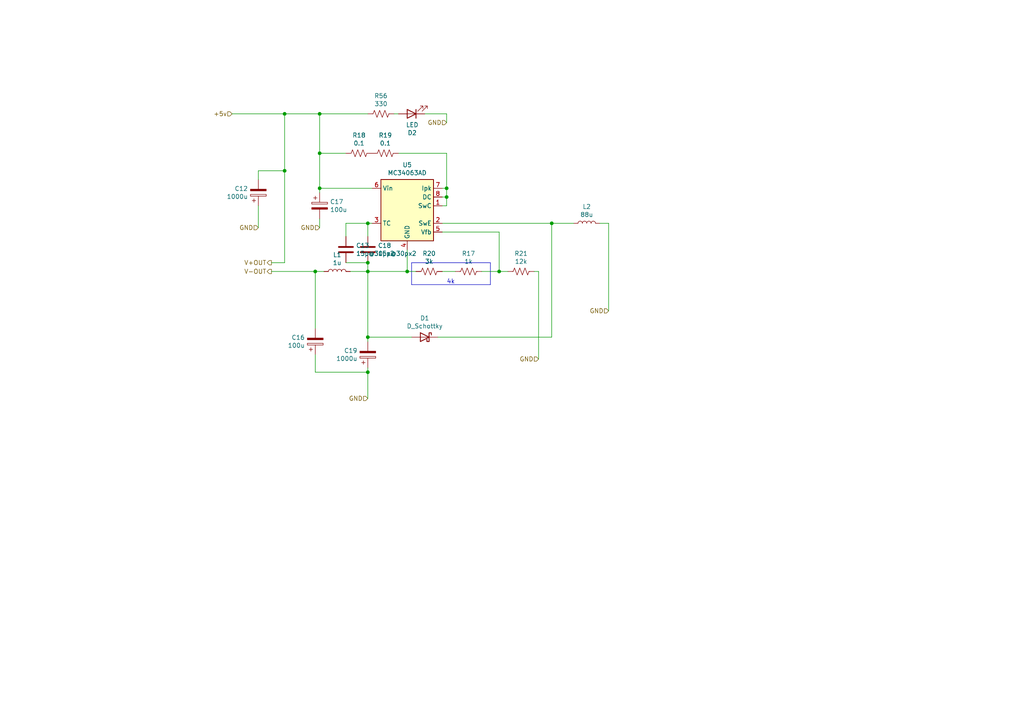
<source format=kicad_sch>
(kicad_sch (version 20230121) (generator eeschema)

  (uuid 884da13d-f9fe-40c8-bb42-00de3b597256)

  (paper "A4")

  (lib_symbols
    (symbol "Device:C" (pin_numbers hide) (pin_names (offset 0.254)) (in_bom yes) (on_board yes)
      (property "Reference" "C" (at 0.635 2.54 0)
        (effects (font (size 1.27 1.27)) (justify left))
      )
      (property "Value" "C" (at 0.635 -2.54 0)
        (effects (font (size 1.27 1.27)) (justify left))
      )
      (property "Footprint" "" (at 0.9652 -3.81 0)
        (effects (font (size 1.27 1.27)) hide)
      )
      (property "Datasheet" "~" (at 0 0 0)
        (effects (font (size 1.27 1.27)) hide)
      )
      (property "ki_keywords" "cap capacitor" (at 0 0 0)
        (effects (font (size 1.27 1.27)) hide)
      )
      (property "ki_description" "Unpolarized capacitor" (at 0 0 0)
        (effects (font (size 1.27 1.27)) hide)
      )
      (property "ki_fp_filters" "C_*" (at 0 0 0)
        (effects (font (size 1.27 1.27)) hide)
      )
      (symbol "C_0_1"
        (polyline
          (pts
            (xy -2.032 -0.762)
            (xy 2.032 -0.762)
          )
          (stroke (width 0.508) (type default))
          (fill (type none))
        )
        (polyline
          (pts
            (xy -2.032 0.762)
            (xy 2.032 0.762)
          )
          (stroke (width 0.508) (type default))
          (fill (type none))
        )
      )
      (symbol "C_1_1"
        (pin passive line (at 0 3.81 270) (length 2.794)
          (name "~" (effects (font (size 1.27 1.27))))
          (number "1" (effects (font (size 1.27 1.27))))
        )
        (pin passive line (at 0 -3.81 90) (length 2.794)
          (name "~" (effects (font (size 1.27 1.27))))
          (number "2" (effects (font (size 1.27 1.27))))
        )
      )
    )
    (symbol "Device:D_Schottky" (pin_numbers hide) (pin_names (offset 1.016) hide) (in_bom yes) (on_board yes)
      (property "Reference" "D" (at 0 2.54 0)
        (effects (font (size 1.27 1.27)))
      )
      (property "Value" "D_Schottky" (at 0 -2.54 0)
        (effects (font (size 1.27 1.27)))
      )
      (property "Footprint" "" (at 0 0 0)
        (effects (font (size 1.27 1.27)) hide)
      )
      (property "Datasheet" "~" (at 0 0 0)
        (effects (font (size 1.27 1.27)) hide)
      )
      (property "ki_keywords" "diode Schottky" (at 0 0 0)
        (effects (font (size 1.27 1.27)) hide)
      )
      (property "ki_description" "Schottky diode" (at 0 0 0)
        (effects (font (size 1.27 1.27)) hide)
      )
      (property "ki_fp_filters" "TO-???* *_Diode_* *SingleDiode* D_*" (at 0 0 0)
        (effects (font (size 1.27 1.27)) hide)
      )
      (symbol "D_Schottky_0_1"
        (polyline
          (pts
            (xy 1.27 0)
            (xy -1.27 0)
          )
          (stroke (width 0) (type default))
          (fill (type none))
        )
        (polyline
          (pts
            (xy 1.27 1.27)
            (xy 1.27 -1.27)
            (xy -1.27 0)
            (xy 1.27 1.27)
          )
          (stroke (width 0.254) (type default))
          (fill (type none))
        )
        (polyline
          (pts
            (xy -1.905 0.635)
            (xy -1.905 1.27)
            (xy -1.27 1.27)
            (xy -1.27 -1.27)
            (xy -0.635 -1.27)
            (xy -0.635 -0.635)
          )
          (stroke (width 0.254) (type default))
          (fill (type none))
        )
      )
      (symbol "D_Schottky_1_1"
        (pin passive line (at -3.81 0 0) (length 2.54)
          (name "K" (effects (font (size 1.27 1.27))))
          (number "1" (effects (font (size 1.27 1.27))))
        )
        (pin passive line (at 3.81 0 180) (length 2.54)
          (name "A" (effects (font (size 1.27 1.27))))
          (number "2" (effects (font (size 1.27 1.27))))
        )
      )
    )
    (symbol "Device:L" (pin_numbers hide) (pin_names (offset 1.016) hide) (in_bom yes) (on_board yes)
      (property "Reference" "L" (at -1.27 0 90)
        (effects (font (size 1.27 1.27)))
      )
      (property "Value" "L" (at 1.905 0 90)
        (effects (font (size 1.27 1.27)))
      )
      (property "Footprint" "" (at 0 0 0)
        (effects (font (size 1.27 1.27)) hide)
      )
      (property "Datasheet" "~" (at 0 0 0)
        (effects (font (size 1.27 1.27)) hide)
      )
      (property "ki_keywords" "inductor choke coil reactor magnetic" (at 0 0 0)
        (effects (font (size 1.27 1.27)) hide)
      )
      (property "ki_description" "Inductor" (at 0 0 0)
        (effects (font (size 1.27 1.27)) hide)
      )
      (property "ki_fp_filters" "Choke_* *Coil* Inductor_* L_*" (at 0 0 0)
        (effects (font (size 1.27 1.27)) hide)
      )
      (symbol "L_0_1"
        (arc (start 0 -2.54) (mid 0.6323 -1.905) (end 0 -1.27)
          (stroke (width 0) (type default))
          (fill (type none))
        )
        (arc (start 0 -1.27) (mid 0.6323 -0.635) (end 0 0)
          (stroke (width 0) (type default))
          (fill (type none))
        )
        (arc (start 0 0) (mid 0.6323 0.635) (end 0 1.27)
          (stroke (width 0) (type default))
          (fill (type none))
        )
        (arc (start 0 1.27) (mid 0.6323 1.905) (end 0 2.54)
          (stroke (width 0) (type default))
          (fill (type none))
        )
      )
      (symbol "L_1_1"
        (pin passive line (at 0 3.81 270) (length 1.27)
          (name "1" (effects (font (size 1.27 1.27))))
          (number "1" (effects (font (size 1.27 1.27))))
        )
        (pin passive line (at 0 -3.81 90) (length 1.27)
          (name "2" (effects (font (size 1.27 1.27))))
          (number "2" (effects (font (size 1.27 1.27))))
        )
      )
    )
    (symbol "Device:LED" (pin_numbers hide) (pin_names (offset 1.016) hide) (in_bom yes) (on_board yes)
      (property "Reference" "D" (at 0 2.54 0)
        (effects (font (size 1.27 1.27)))
      )
      (property "Value" "LED" (at 0 -2.54 0)
        (effects (font (size 1.27 1.27)))
      )
      (property "Footprint" "" (at 0 0 0)
        (effects (font (size 1.27 1.27)) hide)
      )
      (property "Datasheet" "~" (at 0 0 0)
        (effects (font (size 1.27 1.27)) hide)
      )
      (property "ki_keywords" "LED diode" (at 0 0 0)
        (effects (font (size 1.27 1.27)) hide)
      )
      (property "ki_description" "Light emitting diode" (at 0 0 0)
        (effects (font (size 1.27 1.27)) hide)
      )
      (property "ki_fp_filters" "LED* LED_SMD:* LED_THT:*" (at 0 0 0)
        (effects (font (size 1.27 1.27)) hide)
      )
      (symbol "LED_0_1"
        (polyline
          (pts
            (xy -1.27 -1.27)
            (xy -1.27 1.27)
          )
          (stroke (width 0.254) (type default))
          (fill (type none))
        )
        (polyline
          (pts
            (xy -1.27 0)
            (xy 1.27 0)
          )
          (stroke (width 0) (type default))
          (fill (type none))
        )
        (polyline
          (pts
            (xy 1.27 -1.27)
            (xy 1.27 1.27)
            (xy -1.27 0)
            (xy 1.27 -1.27)
          )
          (stroke (width 0.254) (type default))
          (fill (type none))
        )
        (polyline
          (pts
            (xy -3.048 -0.762)
            (xy -4.572 -2.286)
            (xy -3.81 -2.286)
            (xy -4.572 -2.286)
            (xy -4.572 -1.524)
          )
          (stroke (width 0) (type default))
          (fill (type none))
        )
        (polyline
          (pts
            (xy -1.778 -0.762)
            (xy -3.302 -2.286)
            (xy -2.54 -2.286)
            (xy -3.302 -2.286)
            (xy -3.302 -1.524)
          )
          (stroke (width 0) (type default))
          (fill (type none))
        )
      )
      (symbol "LED_1_1"
        (pin passive line (at -3.81 0 0) (length 2.54)
          (name "K" (effects (font (size 1.27 1.27))))
          (number "1" (effects (font (size 1.27 1.27))))
        )
        (pin passive line (at 3.81 0 180) (length 2.54)
          (name "A" (effects (font (size 1.27 1.27))))
          (number "2" (effects (font (size 1.27 1.27))))
        )
      )
    )
    (symbol "Device:R_US" (pin_numbers hide) (pin_names (offset 0)) (in_bom yes) (on_board yes)
      (property "Reference" "R" (at 2.54 0 90)
        (effects (font (size 1.27 1.27)))
      )
      (property "Value" "R_US" (at -2.54 0 90)
        (effects (font (size 1.27 1.27)))
      )
      (property "Footprint" "" (at 1.016 -0.254 90)
        (effects (font (size 1.27 1.27)) hide)
      )
      (property "Datasheet" "~" (at 0 0 0)
        (effects (font (size 1.27 1.27)) hide)
      )
      (property "ki_keywords" "R res resistor" (at 0 0 0)
        (effects (font (size 1.27 1.27)) hide)
      )
      (property "ki_description" "Resistor, US symbol" (at 0 0 0)
        (effects (font (size 1.27 1.27)) hide)
      )
      (property "ki_fp_filters" "R_*" (at 0 0 0)
        (effects (font (size 1.27 1.27)) hide)
      )
      (symbol "R_US_0_1"
        (polyline
          (pts
            (xy 0 -2.286)
            (xy 0 -2.54)
          )
          (stroke (width 0) (type default))
          (fill (type none))
        )
        (polyline
          (pts
            (xy 0 2.286)
            (xy 0 2.54)
          )
          (stroke (width 0) (type default))
          (fill (type none))
        )
        (polyline
          (pts
            (xy 0 -0.762)
            (xy 1.016 -1.143)
            (xy 0 -1.524)
            (xy -1.016 -1.905)
            (xy 0 -2.286)
          )
          (stroke (width 0) (type default))
          (fill (type none))
        )
        (polyline
          (pts
            (xy 0 0.762)
            (xy 1.016 0.381)
            (xy 0 0)
            (xy -1.016 -0.381)
            (xy 0 -0.762)
          )
          (stroke (width 0) (type default))
          (fill (type none))
        )
        (polyline
          (pts
            (xy 0 2.286)
            (xy 1.016 1.905)
            (xy 0 1.524)
            (xy -1.016 1.143)
            (xy 0 0.762)
          )
          (stroke (width 0) (type default))
          (fill (type none))
        )
      )
      (symbol "R_US_1_1"
        (pin passive line (at 0 3.81 270) (length 1.27)
          (name "~" (effects (font (size 1.27 1.27))))
          (number "1" (effects (font (size 1.27 1.27))))
        )
        (pin passive line (at 0 -3.81 90) (length 1.27)
          (name "~" (effects (font (size 1.27 1.27))))
          (number "2" (effects (font (size 1.27 1.27))))
        )
      )
    )
    (symbol "Regulator_Switching:MC34063AD" (in_bom yes) (on_board yes)
      (property "Reference" "U" (at -7.62 8.89 0)
        (effects (font (size 1.27 1.27)) (justify left))
      )
      (property "Value" "MC34063AD" (at 0 8.89 0)
        (effects (font (size 1.27 1.27)) (justify left))
      )
      (property "Footprint" "Package_SO:SOIC-8_3.9x4.9mm_P1.27mm" (at 1.27 -11.43 0)
        (effects (font (size 1.27 1.27)) (justify left) hide)
      )
      (property "Datasheet" "http://www.onsemi.com/pub_link/Collateral/MC34063A-D.PDF" (at 12.7 -2.54 0)
        (effects (font (size 1.27 1.27)) hide)
      )
      (property "ki_keywords" "smps buck boost inverting" (at 0 0 0)
        (effects (font (size 1.27 1.27)) hide)
      )
      (property "ki_description" "1.5A, step-up/down/inverting switching regulator, 3-40V Vin, 100kHz, SO-8" (at 0 0 0)
        (effects (font (size 1.27 1.27)) hide)
      )
      (property "ki_fp_filters" "SOIC*3.9x4.9mm*P1.27mm*" (at 0 0 0)
        (effects (font (size 1.27 1.27)) hide)
      )
      (symbol "MC34063AD_0_1"
        (rectangle (start -7.62 7.62) (end 7.62 -10.16)
          (stroke (width 0.254) (type default))
          (fill (type background))
        )
      )
      (symbol "MC34063AD_1_1"
        (pin open_collector line (at 10.16 0 180) (length 2.54)
          (name "SwC" (effects (font (size 1.27 1.27))))
          (number "1" (effects (font (size 1.27 1.27))))
        )
        (pin open_emitter line (at 10.16 -5.08 180) (length 2.54)
          (name "SwE" (effects (font (size 1.27 1.27))))
          (number "2" (effects (font (size 1.27 1.27))))
        )
        (pin passive line (at -10.16 -5.08 0) (length 2.54)
          (name "TC" (effects (font (size 1.27 1.27))))
          (number "3" (effects (font (size 1.27 1.27))))
        )
        (pin power_in line (at 0 -12.7 90) (length 2.54)
          (name "GND" (effects (font (size 1.27 1.27))))
          (number "4" (effects (font (size 1.27 1.27))))
        )
        (pin input line (at 10.16 -7.62 180) (length 2.54)
          (name "Vfb" (effects (font (size 1.27 1.27))))
          (number "5" (effects (font (size 1.27 1.27))))
        )
        (pin power_in line (at -10.16 5.08 0) (length 2.54)
          (name "Vin" (effects (font (size 1.27 1.27))))
          (number "6" (effects (font (size 1.27 1.27))))
        )
        (pin input line (at 10.16 5.08 180) (length 2.54)
          (name "Ipk" (effects (font (size 1.27 1.27))))
          (number "7" (effects (font (size 1.27 1.27))))
        )
        (pin open_collector line (at 10.16 2.54 180) (length 2.54)
          (name "DC" (effects (font (size 1.27 1.27))))
          (number "8" (effects (font (size 1.27 1.27))))
        )
      )
    )
    (symbol "usbdac-rescue:CP-Device" (pin_numbers hide) (pin_names (offset 0.254)) (in_bom yes) (on_board yes)
      (property "Reference" "C" (at 0.635 2.54 0)
        (effects (font (size 1.27 1.27)) (justify left))
      )
      (property "Value" "Device_CP" (at 0.635 -2.54 0)
        (effects (font (size 1.27 1.27)) (justify left))
      )
      (property "Footprint" "" (at 0.9652 -3.81 0)
        (effects (font (size 1.27 1.27)) hide)
      )
      (property "Datasheet" "" (at 0 0 0)
        (effects (font (size 1.27 1.27)) hide)
      )
      (property "ki_fp_filters" "CP_*" (at 0 0 0)
        (effects (font (size 1.27 1.27)) hide)
      )
      (symbol "CP-Device_0_1"
        (rectangle (start -2.286 0.508) (end 2.286 1.016)
          (stroke (width 0) (type solid))
          (fill (type none))
        )
        (polyline
          (pts
            (xy -1.778 2.286)
            (xy -0.762 2.286)
          )
          (stroke (width 0) (type solid))
          (fill (type none))
        )
        (polyline
          (pts
            (xy -1.27 2.794)
            (xy -1.27 1.778)
          )
          (stroke (width 0) (type solid))
          (fill (type none))
        )
        (rectangle (start 2.286 -0.508) (end -2.286 -1.016)
          (stroke (width 0) (type solid))
          (fill (type outline))
        )
      )
      (symbol "CP-Device_1_1"
        (pin passive line (at 0 3.81 270) (length 2.794)
          (name "~" (effects (font (size 1.27 1.27))))
          (number "1" (effects (font (size 1.27 1.27))))
        )
        (pin passive line (at 0 -3.81 90) (length 2.794)
          (name "~" (effects (font (size 1.27 1.27))))
          (number "2" (effects (font (size 1.27 1.27))))
        )
      )
    )
  )

  (junction (at 106.68 78.74) (diameter 0) (color 0 0 0 0)
    (uuid 104f2e99-6415-4835-a849-156a87bd7210)
  )
  (junction (at 106.68 64.77) (diameter 0) (color 0 0 0 0)
    (uuid 120e1b01-b256-4a44-a7aa-48ac4e722312)
  )
  (junction (at 106.68 107.95) (diameter 0) (color 0 0 0 0)
    (uuid 28d9cb11-b690-4cdc-a483-a04261ca5597)
  )
  (junction (at 106.68 97.79) (diameter 0) (color 0 0 0 0)
    (uuid 4492aac6-d6bc-4762-add2-f2d794056f66)
  )
  (junction (at 129.54 57.15) (diameter 0) (color 0 0 0 0)
    (uuid 4db29335-a57f-4c15-88e0-7e0e0d5c628c)
  )
  (junction (at 92.71 44.45) (diameter 0) (color 0 0 0 0)
    (uuid 52a40fa2-e240-4b71-9953-cb51bcedb775)
  )
  (junction (at 82.55 49.53) (diameter 0) (color 0 0 0 0)
    (uuid 7388c2c2-283f-4c44-9510-0769374eafcf)
  )
  (junction (at 129.54 54.61) (diameter 0) (color 0 0 0 0)
    (uuid 7f24321a-a48f-44db-81f2-91aa7b32adfa)
  )
  (junction (at 160.02 64.77) (diameter 0) (color 0 0 0 0)
    (uuid 838ef572-7e03-4205-9dd0-68aa473756bb)
  )
  (junction (at 92.71 33.02) (diameter 0) (color 0 0 0 0)
    (uuid b5faf5e6-329c-4d18-9ea5-46e5a9471e76)
  )
  (junction (at 92.71 54.61) (diameter 0) (color 0 0 0 0)
    (uuid b6b9de12-46b0-46d6-88be-49988eb0b8b4)
  )
  (junction (at 144.78 78.74) (diameter 0) (color 0 0 0 0)
    (uuid cdf6e918-1e88-4cf2-bd16-73053558182b)
  )
  (junction (at 106.68 76.2) (diameter 0) (color 0 0 0 0)
    (uuid d1ebc0ba-be6b-4187-87ee-4d6103c9c7e8)
  )
  (junction (at 82.55 33.02) (diameter 0) (color 0 0 0 0)
    (uuid d70bbaae-289c-40db-9b2c-27ba1a8427ea)
  )
  (junction (at 118.11 78.74) (diameter 0) (color 0 0 0 0)
    (uuid e3d7101a-7c25-4612-a25d-166e664c5cf4)
  )
  (junction (at 91.44 78.74) (diameter 0) (color 0 0 0 0)
    (uuid f985c7e6-0421-4f57-89eb-f82f9717c26b)
  )

  (wire (pts (xy 100.33 68.58) (xy 100.33 64.77))
    (stroke (width 0) (type default))
    (uuid 001f968e-a52b-4df5-ab1c-a74d869d9632)
  )
  (wire (pts (xy 166.37 64.77) (xy 160.02 64.77))
    (stroke (width 0) (type default))
    (uuid 009edab0-ad84-4131-9d34-f5aaf1d8782f)
  )
  (wire (pts (xy 160.02 97.79) (xy 160.02 64.77))
    (stroke (width 0) (type default))
    (uuid 019084d7-ceda-4034-96ce-4224df010bdb)
  )
  (wire (pts (xy 91.44 102.87) (xy 91.44 107.95))
    (stroke (width 0) (type default))
    (uuid 05e61f7a-db8e-46f6-94b5-4626a123e535)
  )
  (wire (pts (xy 74.93 59.69) (xy 74.93 66.04))
    (stroke (width 0) (type default))
    (uuid 070b9bfc-2da1-46f6-9d85-3963c4835314)
  )
  (polyline (pts (xy 142.24 76.2) (xy 142.24 82.55))
    (stroke (width 0) (type default))
    (uuid 08a3ac5b-b86e-447d-a1b3-491a59aaae1b)
  )

  (wire (pts (xy 176.53 64.77) (xy 176.53 90.17))
    (stroke (width 0) (type default))
    (uuid 0a988597-f5a9-4cad-ab60-e8cf55c2b5fb)
  )
  (wire (pts (xy 101.6 78.74) (xy 106.68 78.74))
    (stroke (width 0) (type default))
    (uuid 1195fcd3-ff66-43eb-b947-32c7da67513e)
  )
  (wire (pts (xy 92.71 55.88) (xy 92.71 54.61))
    (stroke (width 0) (type default))
    (uuid 13c729f1-05a4-4532-8823-92d6c7067c2a)
  )
  (wire (pts (xy 92.71 33.02) (xy 92.71 44.45))
    (stroke (width 0) (type default))
    (uuid 1b44c611-ecdc-4193-86c8-64698ac64f34)
  )
  (wire (pts (xy 106.68 99.06) (xy 106.68 97.79))
    (stroke (width 0) (type default))
    (uuid 1f29cb4d-2561-4b3b-bc05-07774c82ff5f)
  )
  (wire (pts (xy 123.19 33.02) (xy 129.54 33.02))
    (stroke (width 0) (type default))
    (uuid 2039f16f-e2f0-443c-b080-061d05ec279e)
  )
  (wire (pts (xy 92.71 44.45) (xy 100.33 44.45))
    (stroke (width 0) (type default))
    (uuid 20440827-9fb5-48c4-bea8-b5cebf60596c)
  )
  (wire (pts (xy 173.99 64.77) (xy 176.53 64.77))
    (stroke (width 0) (type default))
    (uuid 2c6051cf-601b-4e2b-9b5d-fc6445bbd54e)
  )
  (wire (pts (xy 82.55 49.53) (xy 82.55 76.2))
    (stroke (width 0) (type default))
    (uuid 32c2a78f-4451-4028-9fd3-43d709dcc98b)
  )
  (wire (pts (xy 91.44 107.95) (xy 106.68 107.95))
    (stroke (width 0) (type default))
    (uuid 35969989-c8a6-43f1-8611-ee490eac63f1)
  )
  (wire (pts (xy 118.11 72.39) (xy 118.11 78.74))
    (stroke (width 0) (type default))
    (uuid 3ef2f9fd-7855-4262-839f-569150adf2a1)
  )
  (wire (pts (xy 129.54 57.15) (xy 129.54 54.61))
    (stroke (width 0) (type default))
    (uuid 404ae8ef-ca5c-4eaf-8f5c-02fa0d335b7e)
  )
  (wire (pts (xy 144.78 67.31) (xy 144.78 78.74))
    (stroke (width 0) (type default))
    (uuid 44ccfbee-6fd6-4619-8867-6d0a1596f433)
  )
  (wire (pts (xy 106.68 78.74) (xy 118.11 78.74))
    (stroke (width 0) (type default))
    (uuid 45eb68bb-8d3a-4e61-aa2b-a38a1259e4fd)
  )
  (wire (pts (xy 82.55 33.02) (xy 92.71 33.02))
    (stroke (width 0) (type default))
    (uuid 469e744a-6ebb-4f2b-a142-f6c94186e777)
  )
  (wire (pts (xy 156.21 78.74) (xy 156.21 104.14))
    (stroke (width 0) (type default))
    (uuid 473080ee-d15e-4e7c-a41b-8307a1ca1bee)
  )
  (wire (pts (xy 128.27 54.61) (xy 129.54 54.61))
    (stroke (width 0) (type default))
    (uuid 48a3ac87-20a4-47a6-a079-b5814c7cfd7b)
  )
  (wire (pts (xy 129.54 59.69) (xy 129.54 57.15))
    (stroke (width 0) (type default))
    (uuid 4f6d3adc-42fc-42ab-b337-143bb4b41dc7)
  )
  (polyline (pts (xy 142.24 76.2) (xy 119.38 76.2))
    (stroke (width 0) (type default))
    (uuid 5023d2e7-b779-46a5-a8cb-941ade069b98)
  )

  (wire (pts (xy 100.33 64.77) (xy 106.68 64.77))
    (stroke (width 0) (type default))
    (uuid 50299007-cf3f-4cdc-a004-82d5000e533e)
  )
  (wire (pts (xy 107.95 54.61) (xy 92.71 54.61))
    (stroke (width 0) (type default))
    (uuid 695b2cd5-4842-448b-96c3-8e3049c0b761)
  )
  (wire (pts (xy 129.54 44.45) (xy 129.54 54.61))
    (stroke (width 0) (type default))
    (uuid 6ae8907f-f0d8-4e04-a6e6-5f7fa4726641)
  )
  (wire (pts (xy 128.27 59.69) (xy 129.54 59.69))
    (stroke (width 0) (type default))
    (uuid 6dd593fb-a96a-4ec4-b819-3b335d932507)
  )
  (wire (pts (xy 106.68 106.68) (xy 106.68 107.95))
    (stroke (width 0) (type default))
    (uuid 71f157b8-004c-4a5f-bcab-d9e035a4bab3)
  )
  (wire (pts (xy 132.08 78.74) (xy 128.27 78.74))
    (stroke (width 0) (type default))
    (uuid 72120699-474a-4d72-b042-be73a3985594)
  )
  (wire (pts (xy 82.55 76.2) (xy 78.74 76.2))
    (stroke (width 0) (type default))
    (uuid 767da427-151b-4e3d-b7f1-2476546dcab4)
  )
  (wire (pts (xy 128.27 64.77) (xy 160.02 64.77))
    (stroke (width 0) (type default))
    (uuid 78f17ffc-7d19-4100-a553-21e548354903)
  )
  (wire (pts (xy 78.74 78.74) (xy 91.44 78.74))
    (stroke (width 0) (type default))
    (uuid 7c60f432-e7b8-478e-a5e2-16dcd3737c0b)
  )
  (wire (pts (xy 74.93 49.53) (xy 74.93 52.07))
    (stroke (width 0) (type default))
    (uuid 7d6f3d97-b97e-4b0f-913f-ac7f2dd9620f)
  )
  (wire (pts (xy 128.27 57.15) (xy 129.54 57.15))
    (stroke (width 0) (type default))
    (uuid 7e3ae33e-dbb5-45e8-bdba-021e521f2427)
  )
  (wire (pts (xy 144.78 78.74) (xy 139.7 78.74))
    (stroke (width 0) (type default))
    (uuid 7f299acd-eb38-4f83-9679-6713fe381520)
  )
  (wire (pts (xy 100.33 76.2) (xy 106.68 76.2))
    (stroke (width 0) (type default))
    (uuid 80fdf9bc-bfa0-42c6-b484-a7b22afc912a)
  )
  (polyline (pts (xy 119.38 76.2) (xy 119.38 82.55))
    (stroke (width 0) (type default))
    (uuid 843c2b1b-af07-4658-ae6c-9f8e17bfcb8f)
  )

  (wire (pts (xy 114.3 33.02) (xy 115.57 33.02))
    (stroke (width 0) (type default))
    (uuid 856f5c8e-488d-422f-b0cd-8e7c0e24cb2f)
  )
  (wire (pts (xy 147.32 78.74) (xy 144.78 78.74))
    (stroke (width 0) (type default))
    (uuid 8aee6cd2-6c4a-4f08-b17b-2aba501192fd)
  )
  (wire (pts (xy 82.55 33.02) (xy 82.55 49.53))
    (stroke (width 0) (type default))
    (uuid 8e799ccd-db33-49c0-b422-a20e2782cb56)
  )
  (wire (pts (xy 115.57 44.45) (xy 129.54 44.45))
    (stroke (width 0) (type default))
    (uuid 909a42f2-3b9f-43d7-a997-30ead2120253)
  )
  (wire (pts (xy 106.68 115.57) (xy 106.68 107.95))
    (stroke (width 0) (type default))
    (uuid 96b5906a-57da-4cee-9583-2d0d33ed32b7)
  )
  (wire (pts (xy 74.93 49.53) (xy 82.55 49.53))
    (stroke (width 0) (type default))
    (uuid 9a8cae44-292d-463b-967a-c9f530d66272)
  )
  (wire (pts (xy 106.68 97.79) (xy 119.38 97.79))
    (stroke (width 0) (type default))
    (uuid a30b61b3-fd70-4eba-a8aa-f172fb18e580)
  )
  (wire (pts (xy 91.44 95.25) (xy 91.44 78.74))
    (stroke (width 0) (type default))
    (uuid ae1e1ed4-d714-4077-9c62-c49d1a2552e1)
  )
  (wire (pts (xy 128.27 67.31) (xy 144.78 67.31))
    (stroke (width 0) (type default))
    (uuid b1d5cc7d-d28a-45b2-8283-7242e9618450)
  )
  (wire (pts (xy 92.71 44.45) (xy 92.71 54.61))
    (stroke (width 0) (type default))
    (uuid b268884c-4d5b-4860-903c-4c99aaa6d60e)
  )
  (wire (pts (xy 92.71 33.02) (xy 106.68 33.02))
    (stroke (width 0) (type default))
    (uuid b28b4c55-519c-4da8-8523-bf8e98c6d191)
  )
  (wire (pts (xy 106.68 64.77) (xy 106.68 68.58))
    (stroke (width 0) (type default))
    (uuid b4287ded-e0c5-4e11-8f81-9a1fbf57772c)
  )
  (wire (pts (xy 106.68 76.2) (xy 106.68 78.74))
    (stroke (width 0) (type default))
    (uuid bb10723b-3537-444a-a51e-66bef798730c)
  )
  (polyline (pts (xy 119.38 82.55) (xy 142.24 82.55))
    (stroke (width 0) (type default))
    (uuid c7712b09-ed98-4e1d-98ba-62b1da85b558)
  )

  (wire (pts (xy 106.68 78.74) (xy 106.68 97.79))
    (stroke (width 0) (type default))
    (uuid ca629c5c-373d-45b4-be14-0db06fdc685b)
  )
  (wire (pts (xy 91.44 78.74) (xy 93.98 78.74))
    (stroke (width 0) (type default))
    (uuid cb22ec51-b673-4609-9511-59ffea203e75)
  )
  (wire (pts (xy 127 97.79) (xy 160.02 97.79))
    (stroke (width 0) (type default))
    (uuid daaa2625-a94c-48f5-98ee-71f531bf8a8b)
  )
  (wire (pts (xy 107.95 64.77) (xy 106.68 64.77))
    (stroke (width 0) (type default))
    (uuid e223947a-1f88-42f7-aa01-0f2ab1f5fb40)
  )
  (wire (pts (xy 129.54 33.02) (xy 129.54 35.56))
    (stroke (width 0) (type default))
    (uuid e63e15de-a050-4448-8cc6-97cf18dbd115)
  )
  (wire (pts (xy 120.65 78.74) (xy 118.11 78.74))
    (stroke (width 0) (type default))
    (uuid e989c4e2-693a-436c-914e-ae4791d51599)
  )
  (wire (pts (xy 67.31 33.02) (xy 82.55 33.02))
    (stroke (width 0) (type default))
    (uuid ecea7c48-dcb4-4d00-8410-181e9dd5d791)
  )
  (wire (pts (xy 156.21 78.74) (xy 154.94 78.74))
    (stroke (width 0) (type default))
    (uuid efb3cbaf-35d9-41fc-8507-16897847cc70)
  )
  (wire (pts (xy 92.71 63.5) (xy 92.71 66.04))
    (stroke (width 0) (type default))
    (uuid f8607ab8-6a74-4675-8107-f8aefd8a0955)
  )

  (text "4k" (at 129.54 82.55 0)
    (effects (font (size 1.27 1.27)) (justify left bottom))
    (uuid 828290f7-aecf-4fe7-af2e-7db486cbb822)
  )

  (hierarchical_label "GND" (shape input) (at 129.54 35.56 180) (fields_autoplaced)
    (effects (font (size 1.27 1.27)) (justify right))
    (uuid 04aed613-4d2f-4379-9582-3185b592847f)
  )
  (hierarchical_label "GND" (shape input) (at 92.71 66.04 180) (fields_autoplaced)
    (effects (font (size 1.27 1.27)) (justify right))
    (uuid 18849dbe-d008-4a0b-8e1e-a977c38b255f)
  )
  (hierarchical_label "GND" (shape input) (at 156.21 104.14 180) (fields_autoplaced)
    (effects (font (size 1.27 1.27)) (justify right))
    (uuid 2057474e-62de-4771-8e09-67c6e5c3cbd6)
  )
  (hierarchical_label "GND" (shape input) (at 176.53 90.17 180) (fields_autoplaced)
    (effects (font (size 1.27 1.27)) (justify right))
    (uuid 2c1e2a36-e811-4a00-b974-d728cb8d6487)
  )
  (hierarchical_label "+5v" (shape input) (at 67.31 33.02 180) (fields_autoplaced)
    (effects (font (size 1.27 1.27)) (justify right))
    (uuid 4224f675-f401-4e8e-80e1-1776c6716b32)
  )
  (hierarchical_label "GND" (shape input) (at 74.93 66.04 180) (fields_autoplaced)
    (effects (font (size 1.27 1.27)) (justify right))
    (uuid 49b458fc-758b-4578-9cac-89fc2199b3b5)
  )
  (hierarchical_label "GND" (shape input) (at 106.68 115.57 180) (fields_autoplaced)
    (effects (font (size 1.27 1.27)) (justify right))
    (uuid 8b538e46-6b85-47bd-9eff-9d497bd79f74)
  )
  (hierarchical_label "V-OUT" (shape output) (at 78.74 78.74 180) (fields_autoplaced)
    (effects (font (size 1.27 1.27)) (justify right))
    (uuid d4dffad9-7c1b-4878-9565-64bdf2142b2d)
  )
  (hierarchical_label "V+OUT" (shape output) (at 78.74 76.2 180) (fields_autoplaced)
    (effects (font (size 1.27 1.27)) (justify right))
    (uuid eab0ed4e-f145-475f-8d1e-1f2c523e364f)
  )

  (symbol (lib_id "usbdac-rescue:CP-Device") (at 74.93 55.88 0) (mirror x) (unit 1)
    (in_bom yes) (on_board yes) (dnp no)
    (uuid 00000000-0000-0000-0000-000066425ab1)
    (property "Reference" "C12" (at 71.9328 54.7116 0)
      (effects (font (size 1.27 1.27)) (justify right))
    )
    (property "Value" "1000u" (at 71.9328 57.023 0)
      (effects (font (size 1.27 1.27)) (justify right))
    )
    (property "Footprint" "Capacitor_SMD:CP_Elec_10x10" (at 75.8952 52.07 0)
      (effects (font (size 1.27 1.27)) hide)
    )
    (property "Datasheet" "~" (at 74.93 55.88 0)
      (effects (font (size 1.27 1.27)) hide)
    )
    (pin "1" (uuid a664d657-7a2c-4ce1-8fa5-716831cf2659))
    (pin "2" (uuid d4229ae0-3484-4b1f-952a-b1632637b474))
    (instances
      (project "usbdac"
        (path "/d1c9d0ec-7d09-4a8b-b15d-504a9295cae6/00000000-0000-0000-0000-000067a1babc"
          (reference "C12") (unit 1)
        )
        (path "/d1c9d0ec-7d09-4a8b-b15d-504a9295cae6"
          (reference "C?") (unit 1)
        )
      )
    )
  )

  (symbol (lib_id "Device:R_US") (at 135.89 78.74 90) (unit 1)
    (in_bom yes) (on_board yes) (dnp no)
    (uuid 00000000-0000-0000-0000-000066454db4)
    (property "Reference" "R17" (at 135.89 73.533 90)
      (effects (font (size 1.27 1.27)))
    )
    (property "Value" "1k" (at 135.89 75.8444 90)
      (effects (font (size 1.27 1.27)))
    )
    (property "Footprint" "Resistor_SMD:R_0603_1608Metric" (at 136.144 77.724 90)
      (effects (font (size 1.27 1.27)) hide)
    )
    (property "Datasheet" "~" (at 135.89 78.74 0)
      (effects (font (size 1.27 1.27)) hide)
    )
    (pin "1" (uuid 6e0a5389-1df5-459b-a1c5-5f2709141aeb))
    (pin "2" (uuid 67b99c06-9fe5-4d10-8505-d6f525a51df4))
    (instances
      (project "usbdac"
        (path "/d1c9d0ec-7d09-4a8b-b15d-504a9295cae6/00000000-0000-0000-0000-000067a1babc"
          (reference "R17") (unit 1)
        )
        (path "/d1c9d0ec-7d09-4a8b-b15d-504a9295cae6"
          (reference "R?") (unit 1)
        )
      )
    )
  )

  (symbol (lib_id "Device:C") (at 100.33 72.39 0) (unit 1)
    (in_bom yes) (on_board yes) (dnp no)
    (uuid 00000000-0000-0000-0000-00006648eea9)
    (property "Reference" "C13" (at 103.251 71.2216 0)
      (effects (font (size 1.27 1.27)) (justify left))
    )
    (property "Value" "15p@30px2" (at 103.251 73.533 0)
      (effects (font (size 1.27 1.27)) (justify left))
    )
    (property "Footprint" "Capacitor_SMD:C_0603_1608Metric" (at 101.2952 76.2 0)
      (effects (font (size 1.27 1.27)) hide)
    )
    (property "Datasheet" "~" (at 100.33 72.39 0)
      (effects (font (size 1.27 1.27)) hide)
    )
    (pin "1" (uuid 0b30adbf-e101-41e0-b505-0af152a3c110))
    (pin "2" (uuid 5d5811c5-05ff-46ff-81fc-47ff8ea32e06))
    (instances
      (project "usbdac"
        (path "/d1c9d0ec-7d09-4a8b-b15d-504a9295cae6/00000000-0000-0000-0000-000067a1babc"
          (reference "C13") (unit 1)
        )
        (path "/d1c9d0ec-7d09-4a8b-b15d-504a9295cae6"
          (reference "C?") (unit 1)
        )
      )
    )
  )

  (symbol (lib_id "Device:R_US") (at 104.14 44.45 90) (unit 1)
    (in_bom yes) (on_board yes) (dnp no)
    (uuid 00000000-0000-0000-0000-0000664a50e8)
    (property "Reference" "R18" (at 104.14 39.243 90)
      (effects (font (size 1.27 1.27)))
    )
    (property "Value" "0.1" (at 104.14 41.5544 90)
      (effects (font (size 1.27 1.27)))
    )
    (property "Footprint" "Resistor_SMD:R_1210_3225Metric" (at 104.394 43.434 90)
      (effects (font (size 1.27 1.27)) hide)
    )
    (property "Datasheet" "~" (at 104.14 44.45 0)
      (effects (font (size 1.27 1.27)) hide)
    )
    (pin "1" (uuid 46a50523-0d9b-48c8-9695-21427cb3b4ae))
    (pin "2" (uuid 2a16b720-4245-4be5-a5b8-eb74bf4b4c3d))
    (instances
      (project "usbdac"
        (path "/d1c9d0ec-7d09-4a8b-b15d-504a9295cae6/00000000-0000-0000-0000-000067a1babc"
          (reference "R18") (unit 1)
        )
        (path "/d1c9d0ec-7d09-4a8b-b15d-504a9295cae6"
          (reference "R?") (unit 1)
        )
      )
    )
  )

  (symbol (lib_id "Device:LED") (at 119.38 33.02 180) (unit 1)
    (in_bom yes) (on_board yes) (dnp no)
    (uuid 00000000-0000-0000-0000-0000667628fc)
    (property "Reference" "D2" (at 119.5578 38.5318 0)
      (effects (font (size 1.27 1.27)))
    )
    (property "Value" "LED" (at 119.5578 36.2204 0)
      (effects (font (size 1.27 1.27)))
    )
    (property "Footprint" "LED_SMD:LED_0805_2012Metric" (at 119.38 33.02 0)
      (effects (font (size 1.27 1.27)) hide)
    )
    (property "Datasheet" "~" (at 119.38 33.02 0)
      (effects (font (size 1.27 1.27)) hide)
    )
    (pin "1" (uuid eed6fb17-5fa5-43f0-8f08-c0dd3dc82f7b))
    (pin "2" (uuid 0a40f32e-4bd8-445b-919a-3db6a6a84a6f))
    (instances
      (project "usbdac"
        (path "/d1c9d0ec-7d09-4a8b-b15d-504a9295cae6/00000000-0000-0000-0000-000067a1babc"
          (reference "D2") (unit 1)
        )
      )
    )
  )

  (symbol (lib_id "Device:R_US") (at 110.49 33.02 90) (unit 1)
    (in_bom yes) (on_board yes) (dnp no)
    (uuid 00000000-0000-0000-0000-00006676c72e)
    (property "Reference" "R56" (at 110.49 27.813 90)
      (effects (font (size 1.27 1.27)))
    )
    (property "Value" "330" (at 110.49 30.1244 90)
      (effects (font (size 1.27 1.27)))
    )
    (property "Footprint" "Resistor_SMD:R_0603_1608Metric" (at 110.744 32.004 90)
      (effects (font (size 1.27 1.27)) hide)
    )
    (property "Datasheet" "~" (at 110.49 33.02 0)
      (effects (font (size 1.27 1.27)) hide)
    )
    (pin "1" (uuid c7a2bcc8-9490-4c5b-a78b-f887193bc8e2))
    (pin "2" (uuid 6c1c4a8a-70b3-45b2-8aee-144f739a6d00))
    (instances
      (project "usbdac"
        (path "/d1c9d0ec-7d09-4a8b-b15d-504a9295cae6/00000000-0000-0000-0000-000067a1babc"
          (reference "R56") (unit 1)
        )
        (path "/d1c9d0ec-7d09-4a8b-b15d-504a9295cae6"
          (reference "R?") (unit 1)
        )
      )
    )
  )

  (symbol (lib_id "Regulator_Switching:MC34063AD") (at 118.11 59.69 0) (unit 1)
    (in_bom yes) (on_board yes) (dnp no)
    (uuid 00000000-0000-0000-0000-000067a30ae8)
    (property "Reference" "U5" (at 118.11 47.8282 0)
      (effects (font (size 1.27 1.27)))
    )
    (property "Value" "MC34063AD" (at 118.11 50.1396 0)
      (effects (font (size 1.27 1.27)))
    )
    (property "Footprint" "Package_SO:SOIC-8_3.9x4.9mm_P1.27mm" (at 119.38 71.12 0)
      (effects (font (size 1.27 1.27)) (justify left) hide)
    )
    (property "Datasheet" "http://www.onsemi.com/pub_link/Collateral/MC34063A-D.PDF" (at 130.81 62.23 0)
      (effects (font (size 1.27 1.27)) hide)
    )
    (pin "1" (uuid a3c2f038-0b59-420d-9d9c-bb608cb1d899))
    (pin "2" (uuid 8c888bd0-9d1a-44c7-84be-b25b04ca6e8d))
    (pin "3" (uuid 6d1fa595-46c5-457b-9b3f-e09a1e082892))
    (pin "4" (uuid 634f4a84-29fd-41d2-9c17-c03b290f7600))
    (pin "5" (uuid 0c571309-2e5a-4e41-b2e1-a9f068fe9a28))
    (pin "6" (uuid 5e4f7a25-579b-49c9-95e9-8be20f52d225))
    (pin "7" (uuid e8d49ae2-040e-4292-89c6-5ca8b441a46e))
    (pin "8" (uuid 1b27989c-1dc8-4057-bcdb-60fbf769fbb2))
    (instances
      (project "usbdac"
        (path "/d1c9d0ec-7d09-4a8b-b15d-504a9295cae6/00000000-0000-0000-0000-000067a1babc"
          (reference "U5") (unit 1)
        )
        (path "/d1c9d0ec-7d09-4a8b-b15d-504a9295cae6"
          (reference "U?") (unit 1)
        )
      )
    )
  )

  (symbol (lib_id "Device:R_US") (at 111.76 44.45 90) (unit 1)
    (in_bom yes) (on_board yes) (dnp no)
    (uuid 00000000-0000-0000-0000-000067a30af6)
    (property "Reference" "R19" (at 111.76 39.243 90)
      (effects (font (size 1.27 1.27)))
    )
    (property "Value" "0.1" (at 111.76 41.5544 90)
      (effects (font (size 1.27 1.27)))
    )
    (property "Footprint" "Resistor_SMD:R_1210_3225Metric" (at 112.014 43.434 90)
      (effects (font (size 1.27 1.27)) hide)
    )
    (property "Datasheet" "~" (at 111.76 44.45 0)
      (effects (font (size 1.27 1.27)) hide)
    )
    (pin "1" (uuid 9d6686cb-a3f9-4307-8907-283ae3f1e2d7))
    (pin "2" (uuid d65df06b-6649-48b4-a99c-fb670bf9b0ea))
    (instances
      (project "usbdac"
        (path "/d1c9d0ec-7d09-4a8b-b15d-504a9295cae6/00000000-0000-0000-0000-000067a1babc"
          (reference "R19") (unit 1)
        )
        (path "/d1c9d0ec-7d09-4a8b-b15d-504a9295cae6"
          (reference "R?") (unit 1)
        )
      )
    )
  )

  (symbol (lib_id "Device:L") (at 170.18 64.77 90) (unit 1)
    (in_bom yes) (on_board yes) (dnp no)
    (uuid 00000000-0000-0000-0000-000067a30b08)
    (property "Reference" "L2" (at 170.18 59.944 90)
      (effects (font (size 1.27 1.27)))
    )
    (property "Value" "88u" (at 170.18 62.2554 90)
      (effects (font (size 1.27 1.27)))
    )
    (property "Footprint" "Inductor_SMD:L_Taiyo-Yuden_NR-10050_9.8x10.0mm" (at 170.18 64.77 0)
      (effects (font (size 1.27 1.27)) hide)
    )
    (property "Datasheet" "~" (at 170.18 64.77 0)
      (effects (font (size 1.27 1.27)) hide)
    )
    (pin "1" (uuid 9f33cdb5-5582-4d6a-8d8c-6630e3fe8afb))
    (pin "2" (uuid e204b7fa-de69-4a86-94bb-6971630b9fa1))
    (instances
      (project "usbdac"
        (path "/d1c9d0ec-7d09-4a8b-b15d-504a9295cae6/00000000-0000-0000-0000-000067a1babc"
          (reference "L2") (unit 1)
        )
        (path "/d1c9d0ec-7d09-4a8b-b15d-504a9295cae6"
          (reference "L?") (unit 1)
        )
      )
    )
  )

  (symbol (lib_id "Device:R_US") (at 151.13 78.74 90) (unit 1)
    (in_bom yes) (on_board yes) (dnp no)
    (uuid 00000000-0000-0000-0000-000067a30b0e)
    (property "Reference" "R21" (at 151.13 73.533 90)
      (effects (font (size 1.27 1.27)))
    )
    (property "Value" "12k" (at 151.13 75.8444 90)
      (effects (font (size 1.27 1.27)))
    )
    (property "Footprint" "Resistor_SMD:R_0603_1608Metric" (at 151.384 77.724 90)
      (effects (font (size 1.27 1.27)) hide)
    )
    (property "Datasheet" "~" (at 151.13 78.74 0)
      (effects (font (size 1.27 1.27)) hide)
    )
    (pin "1" (uuid 0ed1d87b-5e27-4208-b3aa-42a307f0b170))
    (pin "2" (uuid 14cf850b-e2b5-47fd-9cf5-901fe1d6ea82))
    (instances
      (project "usbdac"
        (path "/d1c9d0ec-7d09-4a8b-b15d-504a9295cae6/00000000-0000-0000-0000-000067a1babc"
          (reference "R21") (unit 1)
        )
        (path "/d1c9d0ec-7d09-4a8b-b15d-504a9295cae6"
          (reference "R?") (unit 1)
        )
      )
    )
  )

  (symbol (lib_id "Device:R_US") (at 124.46 78.74 90) (unit 1)
    (in_bom yes) (on_board yes) (dnp no)
    (uuid 00000000-0000-0000-0000-000067a30b19)
    (property "Reference" "R20" (at 124.46 73.533 90)
      (effects (font (size 1.27 1.27)))
    )
    (property "Value" "3k" (at 124.46 75.8444 90)
      (effects (font (size 1.27 1.27)))
    )
    (property "Footprint" "Resistor_SMD:R_0603_1608Metric" (at 124.714 77.724 90)
      (effects (font (size 1.27 1.27)) hide)
    )
    (property "Datasheet" "~" (at 124.46 78.74 0)
      (effects (font (size 1.27 1.27)) hide)
    )
    (pin "1" (uuid 7ddd38fd-2a84-431e-96fb-9841deb60ec3))
    (pin "2" (uuid 0f1ba604-89ef-4a24-a2c5-396b00d4f1c3))
    (instances
      (project "usbdac"
        (path "/d1c9d0ec-7d09-4a8b-b15d-504a9295cae6/00000000-0000-0000-0000-000067a1babc"
          (reference "R20") (unit 1)
        )
        (path "/d1c9d0ec-7d09-4a8b-b15d-504a9295cae6"
          (reference "R?") (unit 1)
        )
      )
    )
  )

  (symbol (lib_id "Device:C") (at 106.68 72.39 0) (unit 1)
    (in_bom yes) (on_board yes) (dnp no)
    (uuid 00000000-0000-0000-0000-000067a30b27)
    (property "Reference" "C18" (at 109.601 71.2216 0)
      (effects (font (size 1.27 1.27)) (justify left))
    )
    (property "Value" "15p@30px2" (at 109.601 73.533 0)
      (effects (font (size 1.27 1.27)) (justify left))
    )
    (property "Footprint" "Capacitor_SMD:C_0603_1608Metric" (at 107.6452 76.2 0)
      (effects (font (size 1.27 1.27)) hide)
    )
    (property "Datasheet" "~" (at 106.68 72.39 0)
      (effects (font (size 1.27 1.27)) hide)
    )
    (pin "1" (uuid 516c30ed-ef96-4b6d-bdca-5bb77bbb245c))
    (pin "2" (uuid ebfa4c18-eccb-4aae-ba2d-76a4f8cd2c44))
    (instances
      (project "usbdac"
        (path "/d1c9d0ec-7d09-4a8b-b15d-504a9295cae6/00000000-0000-0000-0000-000067a1babc"
          (reference "C18") (unit 1)
        )
        (path "/d1c9d0ec-7d09-4a8b-b15d-504a9295cae6"
          (reference "C?") (unit 1)
        )
      )
    )
  )

  (symbol (lib_id "usbdac-rescue:CP-Device") (at 92.71 59.69 0) (unit 1)
    (in_bom yes) (on_board yes) (dnp no)
    (uuid 00000000-0000-0000-0000-000067a30b2e)
    (property "Reference" "C17" (at 95.7072 58.5216 0)
      (effects (font (size 1.27 1.27)) (justify left))
    )
    (property "Value" "100u" (at 95.7072 60.833 0)
      (effects (font (size 1.27 1.27)) (justify left))
    )
    (property "Footprint" "Capacitor_SMD:CP_Elec_6.3x5.4" (at 93.6752 63.5 0)
      (effects (font (size 1.27 1.27)) hide)
    )
    (property "Datasheet" "~" (at 92.71 59.69 0)
      (effects (font (size 1.27 1.27)) hide)
    )
    (pin "1" (uuid 985ddc5a-700f-405a-956f-6b19017e973f))
    (pin "2" (uuid d3a6daa7-f2b3-492e-908f-a507f54c30bc))
    (instances
      (project "usbdac"
        (path "/d1c9d0ec-7d09-4a8b-b15d-504a9295cae6/00000000-0000-0000-0000-000067a1babc"
          (reference "C17") (unit 1)
        )
        (path "/d1c9d0ec-7d09-4a8b-b15d-504a9295cae6"
          (reference "C?") (unit 1)
        )
      )
    )
  )

  (symbol (lib_id "Device:D_Schottky") (at 123.19 97.79 0) (mirror y) (unit 1)
    (in_bom yes) (on_board yes) (dnp no)
    (uuid 00000000-0000-0000-0000-000067a30b3c)
    (property "Reference" "D1" (at 123.19 92.2782 0)
      (effects (font (size 1.27 1.27)))
    )
    (property "Value" "D_Schottky" (at 123.19 94.5896 0)
      (effects (font (size 1.27 1.27)))
    )
    (property "Footprint" "usbdac:CUS01" (at 123.19 97.79 0)
      (effects (font (size 1.27 1.27)) hide)
    )
    (property "Datasheet" "~" (at 123.19 97.79 0)
      (effects (font (size 1.27 1.27)) hide)
    )
    (pin "1" (uuid c5116b69-dcdf-457f-9edc-9a887e9f4f77))
    (pin "2" (uuid 434e5b01-c97d-4f74-9572-a1856be2958f))
    (instances
      (project "usbdac"
        (path "/d1c9d0ec-7d09-4a8b-b15d-504a9295cae6/00000000-0000-0000-0000-000067a1babc"
          (reference "D1") (unit 1)
        )
        (path "/d1c9d0ec-7d09-4a8b-b15d-504a9295cae6"
          (reference "D?") (unit 1)
        )
      )
    )
  )

  (symbol (lib_id "usbdac-rescue:CP-Device") (at 106.68 102.87 0) (mirror x) (unit 1)
    (in_bom yes) (on_board yes) (dnp no)
    (uuid 00000000-0000-0000-0000-000067a30b49)
    (property "Reference" "C19" (at 103.6828 101.7016 0)
      (effects (font (size 1.27 1.27)) (justify right))
    )
    (property "Value" "1000u" (at 103.6828 104.013 0)
      (effects (font (size 1.27 1.27)) (justify right))
    )
    (property "Footprint" "Capacitor_SMD:CP_Elec_10x10" (at 107.6452 99.06 0)
      (effects (font (size 1.27 1.27)) hide)
    )
    (property "Datasheet" "~" (at 106.68 102.87 0)
      (effects (font (size 1.27 1.27)) hide)
    )
    (pin "1" (uuid de2cde76-0274-421e-b9da-9ed831ea7574))
    (pin "2" (uuid c9df7e15-a379-4770-863f-9923ec7ed795))
    (instances
      (project "usbdac"
        (path "/d1c9d0ec-7d09-4a8b-b15d-504a9295cae6/00000000-0000-0000-0000-000067a1babc"
          (reference "C19") (unit 1)
        )
        (path "/d1c9d0ec-7d09-4a8b-b15d-504a9295cae6"
          (reference "C?") (unit 1)
        )
      )
    )
  )

  (symbol (lib_id "Device:L") (at 97.79 78.74 90) (unit 1)
    (in_bom yes) (on_board yes) (dnp no)
    (uuid 00000000-0000-0000-0000-000067e9e15c)
    (property "Reference" "L1" (at 97.79 73.914 90)
      (effects (font (size 1.27 1.27)))
    )
    (property "Value" "1u" (at 97.79 76.2254 90)
      (effects (font (size 1.27 1.27)))
    )
    (property "Footprint" "Inductor_SMD:L_0603_1608Metric" (at 97.79 78.74 0)
      (effects (font (size 1.27 1.27)) hide)
    )
    (property "Datasheet" "~" (at 97.79 78.74 0)
      (effects (font (size 1.27 1.27)) hide)
    )
    (pin "1" (uuid 6807d0bf-af6e-4afc-85e9-a60c431aa225))
    (pin "2" (uuid 8e1ea2c1-6b7c-4e8e-ac3a-f6c664a5b4d6))
    (instances
      (project "usbdac"
        (path "/d1c9d0ec-7d09-4a8b-b15d-504a9295cae6/00000000-0000-0000-0000-000067a1babc"
          (reference "L1") (unit 1)
        )
      )
    )
  )

  (symbol (lib_id "usbdac-rescue:CP-Device") (at 91.44 99.06 0) (mirror x) (unit 1)
    (in_bom yes) (on_board yes) (dnp no)
    (uuid 00000000-0000-0000-0000-000067ea25c7)
    (property "Reference" "C16" (at 88.4428 97.8916 0)
      (effects (font (size 1.27 1.27)) (justify right))
    )
    (property "Value" "100u" (at 88.4428 100.203 0)
      (effects (font (size 1.27 1.27)) (justify right))
    )
    (property "Footprint" "Capacitor_SMD:CP_Elec_6.3x5.4" (at 92.4052 95.25 0)
      (effects (font (size 1.27 1.27)) hide)
    )
    (property "Datasheet" "~" (at 91.44 99.06 0)
      (effects (font (size 1.27 1.27)) hide)
    )
    (pin "1" (uuid bb5797b5-f539-4ca8-8e38-2099f75f043a))
    (pin "2" (uuid 015e1b6d-eaef-4fa0-85de-e264e72160f8))
    (instances
      (project "usbdac"
        (path "/d1c9d0ec-7d09-4a8b-b15d-504a9295cae6/00000000-0000-0000-0000-000067a1babc"
          (reference "C16") (unit 1)
        )
        (path "/d1c9d0ec-7d09-4a8b-b15d-504a9295cae6"
          (reference "C?") (unit 1)
        )
      )
    )
  )
)

</source>
